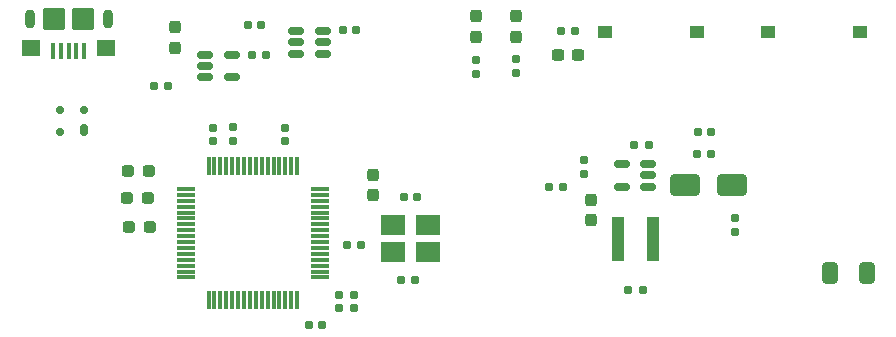
<source format=gbr>
%TF.GenerationSoftware,KiCad,Pcbnew,8.0.2*%
%TF.CreationDate,2024-05-20T13:08:33-07:00*%
%TF.ProjectId,USB_8769M,5553425f-3837-4363-994d-2e6b69636164,rev?*%
%TF.SameCoordinates,Original*%
%TF.FileFunction,Paste,Top*%
%TF.FilePolarity,Positive*%
%FSLAX46Y46*%
G04 Gerber Fmt 4.6, Leading zero omitted, Abs format (unit mm)*
G04 Created by KiCad (PCBNEW 8.0.2) date 2024-05-20 13:08:33*
%MOMM*%
%LPD*%
G01*
G04 APERTURE LIST*
G04 Aperture macros list*
%AMRoundRect*
0 Rectangle with rounded corners*
0 $1 Rounding radius*
0 $2 $3 $4 $5 $6 $7 $8 $9 X,Y pos of 4 corners*
0 Add a 4 corners polygon primitive as box body*
4,1,4,$2,$3,$4,$5,$6,$7,$8,$9,$2,$3,0*
0 Add four circle primitives for the rounded corners*
1,1,$1+$1,$2,$3*
1,1,$1+$1,$4,$5*
1,1,$1+$1,$6,$7*
1,1,$1+$1,$8,$9*
0 Add four rect primitives between the rounded corners*
20,1,$1+$1,$2,$3,$4,$5,0*
20,1,$1+$1,$4,$5,$6,$7,0*
20,1,$1+$1,$6,$7,$8,$9,0*
20,1,$1+$1,$8,$9,$2,$3,0*%
G04 Aperture macros list end*
%ADD10R,2.100000X1.800000*%
%ADD11RoundRect,0.250000X1.000000X0.650000X-1.000000X0.650000X-1.000000X-0.650000X1.000000X-0.650000X0*%
%ADD12RoundRect,0.160000X-0.197500X-0.160000X0.197500X-0.160000X0.197500X0.160000X-0.197500X0.160000X0*%
%ADD13RoundRect,0.155000X0.212500X0.155000X-0.212500X0.155000X-0.212500X-0.155000X0.212500X-0.155000X0*%
%ADD14RoundRect,0.160000X0.197500X0.160000X-0.197500X0.160000X-0.197500X-0.160000X0.197500X-0.160000X0*%
%ADD15RoundRect,0.155000X-0.155000X0.212500X-0.155000X-0.212500X0.155000X-0.212500X0.155000X0.212500X0*%
%ADD16RoundRect,0.237500X-0.300000X-0.237500X0.300000X-0.237500X0.300000X0.237500X-0.300000X0.237500X0*%
%ADD17RoundRect,0.160000X-0.160000X0.197500X-0.160000X-0.197500X0.160000X-0.197500X0.160000X0.197500X0*%
%ADD18RoundRect,0.155000X0.155000X-0.212500X0.155000X0.212500X-0.155000X0.212500X-0.155000X-0.212500X0*%
%ADD19RoundRect,0.150000X-0.512500X-0.150000X0.512500X-0.150000X0.512500X0.150000X-0.512500X0.150000X0*%
%ADD20RoundRect,0.150000X0.512500X0.150000X-0.512500X0.150000X-0.512500X-0.150000X0.512500X-0.150000X0*%
%ADD21RoundRect,0.237500X0.287500X0.237500X-0.287500X0.237500X-0.287500X-0.237500X0.287500X-0.237500X0*%
%ADD22RoundRect,0.160000X0.160000X-0.197500X0.160000X0.197500X-0.160000X0.197500X-0.160000X-0.197500X0*%
%ADD23RoundRect,0.237500X-0.237500X0.287500X-0.237500X-0.287500X0.237500X-0.287500X0.237500X0.287500X0*%
%ADD24RoundRect,0.155000X-0.212500X-0.155000X0.212500X-0.155000X0.212500X0.155000X-0.212500X0.155000X0*%
%ADD25R,1.100000X3.700000*%
%ADD26RoundRect,0.250000X-0.412500X-0.650000X0.412500X-0.650000X0.412500X0.650000X-0.412500X0.650000X0*%
%ADD27RoundRect,0.175000X0.175000X0.325000X-0.175000X0.325000X-0.175000X-0.325000X0.175000X-0.325000X0*%
%ADD28RoundRect,0.150000X0.200000X0.150000X-0.200000X0.150000X-0.200000X-0.150000X0.200000X-0.150000X0*%
%ADD29RoundRect,0.100000X0.100000X0.575000X-0.100000X0.575000X-0.100000X-0.575000X0.100000X-0.575000X0*%
%ADD30O,0.900000X1.600000*%
%ADD31RoundRect,0.250000X0.550000X0.450000X-0.550000X0.450000X-0.550000X-0.450000X0.550000X-0.450000X0*%
%ADD32RoundRect,0.250000X0.700000X0.700000X-0.700000X0.700000X-0.700000X-0.700000X0.700000X-0.700000X0*%
%ADD33RoundRect,0.237500X0.237500X-0.300000X0.237500X0.300000X-0.237500X0.300000X-0.237500X-0.300000X0*%
%ADD34RoundRect,0.075000X0.700000X0.075000X-0.700000X0.075000X-0.700000X-0.075000X0.700000X-0.075000X0*%
%ADD35RoundRect,0.075000X0.075000X0.700000X-0.075000X0.700000X-0.075000X-0.700000X0.075000X-0.700000X0*%
%ADD36RoundRect,0.237500X-0.237500X0.300000X-0.237500X-0.300000X0.237500X-0.300000X0.237500X0.300000X0*%
%ADD37R,1.250000X1.000000*%
G04 APERTURE END LIST*
D10*
%TO.C,Y1*%
X137000000Y-105700000D03*
X139900000Y-105700000D03*
X139900000Y-103400000D03*
X137000000Y-103400000D03*
%TD*%
D11*
%TO.C,D1*%
X165700000Y-100000000D03*
X161700000Y-100000000D03*
%TD*%
D12*
%TO.C,R4*%
X162705000Y-97400000D03*
X163900000Y-97400000D03*
%TD*%
D13*
%TO.C,C9*%
X130967500Y-111900000D03*
X129832500Y-111900000D03*
%TD*%
D14*
%TO.C,R2*%
X151397500Y-100200000D03*
X150202500Y-100200000D03*
%TD*%
D15*
%TO.C,C7*%
X133700000Y-109332500D03*
X133700000Y-110467500D03*
%TD*%
D16*
%TO.C,C14*%
X150937500Y-89000000D03*
X152662500Y-89000000D03*
%TD*%
D17*
%TO.C,R12*%
X123400000Y-95105000D03*
X123400000Y-96300000D03*
%TD*%
D13*
%TO.C,C16*%
X139000000Y-101000000D03*
X137865000Y-101000000D03*
%TD*%
D18*
%TO.C,C12*%
X132400000Y-110435000D03*
X132400000Y-109300000D03*
%TD*%
D19*
%TO.C,U4*%
X128725000Y-87000000D03*
X128725000Y-87950000D03*
X128725000Y-88900000D03*
X131000000Y-88900000D03*
X131000000Y-87950000D03*
X131000000Y-87000000D03*
%TD*%
D18*
%TO.C,C3*%
X165900000Y-103967500D03*
X165900000Y-102832500D03*
%TD*%
D19*
%TO.C,U2*%
X121025000Y-89000000D03*
X121025000Y-89950000D03*
X121025000Y-90900000D03*
X123300000Y-90900000D03*
X123300000Y-89000000D03*
%TD*%
D20*
%TO.C,U1*%
X158592500Y-100150000D03*
X158592500Y-99200000D03*
X158592500Y-98250000D03*
X156317500Y-98250000D03*
X156317500Y-100150000D03*
%TD*%
D21*
%TO.C,D6*%
X116200000Y-101100000D03*
X114450000Y-101100000D03*
%TD*%
D13*
%TO.C,C5*%
X125800000Y-86500000D03*
X124665000Y-86500000D03*
%TD*%
%TO.C,C18*%
X133867500Y-86900000D03*
X132732500Y-86900000D03*
%TD*%
D22*
%TO.C,R9*%
X147400000Y-90565000D03*
X147400000Y-89370000D03*
%TD*%
D23*
%TO.C,D4*%
X144000000Y-85725000D03*
X144000000Y-87475000D03*
%TD*%
D24*
%TO.C,C15*%
X137665000Y-108100000D03*
X138800000Y-108100000D03*
%TD*%
D12*
%TO.C,R5*%
X157405000Y-96600000D03*
X158600000Y-96600000D03*
%TD*%
D25*
%TO.C,L1*%
X156000000Y-104600000D03*
X159000000Y-104600000D03*
%TD*%
D12*
%TO.C,R6*%
X125005000Y-89000000D03*
X126200000Y-89000000D03*
%TD*%
D13*
%TO.C,C2*%
X163900000Y-95500000D03*
X162765000Y-95500000D03*
%TD*%
D12*
%TO.C,R1*%
X156900000Y-108900000D03*
X158095000Y-108900000D03*
%TD*%
D26*
%TO.C,C19*%
X173975000Y-107500000D03*
X177100000Y-107500000D03*
%TD*%
D27*
%TO.C,D2*%
X110800000Y-95350000D03*
D28*
X110800000Y-93650000D03*
X108800000Y-93650000D03*
X108800000Y-95550000D03*
%TD*%
D29*
%TO.C,J1*%
X110800000Y-88675000D03*
X110150000Y-88675000D03*
X109500000Y-88675000D03*
X108850000Y-88675000D03*
X108200000Y-88675000D03*
D30*
X112800000Y-86000000D03*
D31*
X112700000Y-88450000D03*
D32*
X110700000Y-86000000D03*
X108300000Y-86000000D03*
D31*
X106300000Y-88450000D03*
D30*
X106200000Y-86000000D03*
%TD*%
D33*
%TO.C,C1*%
X153700000Y-103000000D03*
X153700000Y-101275000D03*
%TD*%
D12*
%TO.C,R7*%
X116705000Y-91600000D03*
X117900000Y-91600000D03*
%TD*%
D18*
%TO.C,C8*%
X121700000Y-96300000D03*
X121700000Y-95165000D03*
%TD*%
D34*
%TO.C,U3*%
X130775000Y-107850000D03*
X130775000Y-107350000D03*
X130775000Y-106850000D03*
X130775000Y-106350000D03*
X130775000Y-105850000D03*
X130775000Y-105350000D03*
X130775000Y-104850000D03*
X130775000Y-104350000D03*
X130775000Y-103850000D03*
X130775000Y-103350000D03*
X130775000Y-102850000D03*
X130775000Y-102350000D03*
X130775000Y-101850000D03*
X130775000Y-101350000D03*
X130775000Y-100850000D03*
X130775000Y-100350000D03*
D35*
X128850000Y-98425000D03*
X128350000Y-98425000D03*
X127850000Y-98425000D03*
X127350000Y-98425000D03*
X126850000Y-98425000D03*
X126350000Y-98425000D03*
X125850000Y-98425000D03*
X125350000Y-98425000D03*
X124850000Y-98425000D03*
X124350000Y-98425000D03*
X123850000Y-98425000D03*
X123350000Y-98425000D03*
X122850000Y-98425000D03*
X122350000Y-98425000D03*
X121850000Y-98425000D03*
X121350000Y-98425000D03*
D34*
X119425000Y-100350000D03*
X119425000Y-100850000D03*
X119425000Y-101350000D03*
X119425000Y-101850000D03*
X119425000Y-102350000D03*
X119425000Y-102850000D03*
X119425000Y-103350000D03*
X119425000Y-103850000D03*
X119425000Y-104350000D03*
X119425000Y-104850000D03*
X119425000Y-105350000D03*
X119425000Y-105850000D03*
X119425000Y-106350000D03*
X119425000Y-106850000D03*
X119425000Y-107350000D03*
X119425000Y-107850000D03*
D35*
X121350000Y-109775000D03*
X121850000Y-109775000D03*
X122350000Y-109775000D03*
X122850000Y-109775000D03*
X123350000Y-109775000D03*
X123850000Y-109775000D03*
X124350000Y-109775000D03*
X124850000Y-109775000D03*
X125350000Y-109775000D03*
X125850000Y-109775000D03*
X126350000Y-109775000D03*
X126850000Y-109775000D03*
X127350000Y-109775000D03*
X127850000Y-109775000D03*
X128350000Y-109775000D03*
X128850000Y-109775000D03*
%TD*%
D22*
%TO.C,R13*%
X144000000Y-90595000D03*
X144000000Y-89400000D03*
%TD*%
D36*
%TO.C,C4*%
X118500000Y-86675000D03*
X118500000Y-88400000D03*
%TD*%
D14*
%TO.C,R11*%
X134297500Y-105100000D03*
X133102500Y-105100000D03*
%TD*%
D36*
%TO.C,FB1*%
X135300000Y-99175000D03*
X135300000Y-100900000D03*
%TD*%
D21*
%TO.C,D5*%
X116300000Y-98800000D03*
X114550000Y-98800000D03*
%TD*%
D23*
%TO.C,D3*%
X147400000Y-85725000D03*
X147400000Y-87475000D03*
%TD*%
D18*
%TO.C,C11*%
X127800000Y-96335000D03*
X127800000Y-95200000D03*
%TD*%
D17*
%TO.C,R3*%
X153100000Y-97902500D03*
X153100000Y-99097500D03*
%TD*%
D37*
%TO.C,SW2*%
X168725000Y-87100000D03*
X176475000Y-87100000D03*
%TD*%
D12*
%TO.C,R8*%
X151205000Y-87000000D03*
X152400000Y-87000000D03*
%TD*%
D37*
%TO.C,SW1*%
X154950000Y-87100000D03*
X162700000Y-87100000D03*
%TD*%
D21*
%TO.C,D7*%
X116400000Y-103600000D03*
X114650000Y-103600000D03*
%TD*%
M02*

</source>
